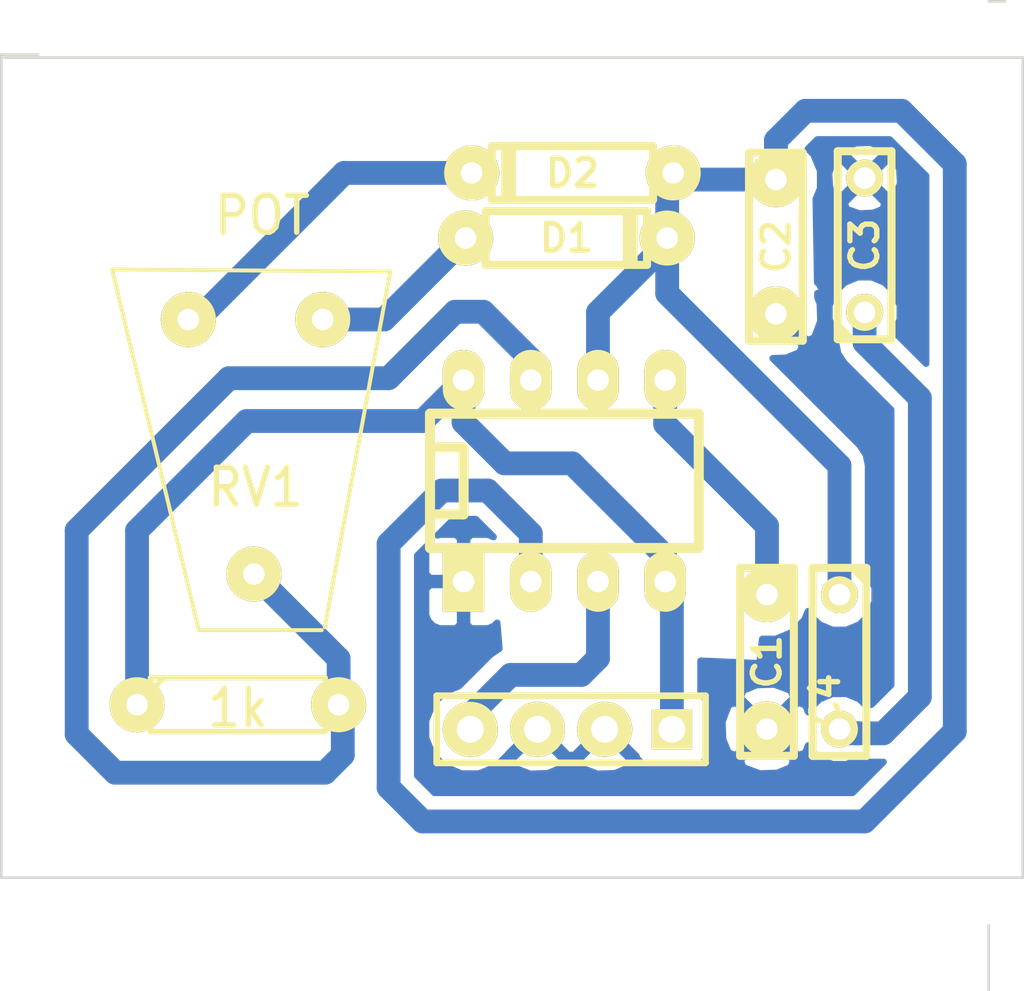
<source format=kicad_pcb>
(kicad_pcb (version 3) (host pcbnew "(2013-07-07 BZR 4022)-stable")

  (general
    (links 20)
    (no_connects 1)
    (area 58.344599 46.101799 97.057681 83.616001)
    (thickness 1.6)
    (drawings 7)
    (tracks 69)
    (zones 0)
    (modules 10)
    (nets 10)
  )

  (page A4)
  (layers
    (15 F.Cu signal)
    (0 B.Cu signal)
    (16 B.Adhes user)
    (17 F.Adhes user)
    (18 B.Paste user)
    (19 F.Paste user)
    (20 B.SilkS user)
    (21 F.SilkS user)
    (22 B.Mask user)
    (23 F.Mask user)
    (24 Dwgs.User user)
    (25 Cmts.User user)
    (26 Eco1.User user)
    (27 Eco2.User user)
    (28 Edge.Cuts user)
  )

  (setup
    (last_trace_width 0.9)
    (user_trace_width 0.7)
    (user_trace_width 0.8)
    (user_trace_width 0.9)
    (trace_clearance 0.254)
    (zone_clearance 0.508)
    (zone_45_only no)
    (trace_min 0.254)
    (segment_width 0.2)
    (edge_width 0.1)
    (via_size 0.889)
    (via_drill 0.635)
    (via_min_size 0.889)
    (via_min_drill 0.508)
    (user_via 2.0828 0.8128)
    (uvia_size 0.508)
    (uvia_drill 0.127)
    (uvias_allowed no)
    (uvia_min_size 0.508)
    (uvia_min_drill 0.127)
    (pcb_text_width 0.3)
    (pcb_text_size 1.5 1.5)
    (mod_edge_width 0.15)
    (mod_text_size 1 1)
    (mod_text_width 0.15)
    (pad_size 2.0828 2.0828)
    (pad_drill 1.016)
    (pad_to_mask_clearance 0)
    (aux_axis_origin 0 0)
    (visible_elements 7FFFFFFF)
    (pcbplotparams
      (layerselection 3178497)
      (usegerberextensions true)
      (excludeedgelayer true)
      (linewidth 0.150000)
      (plotframeref false)
      (viasonmask false)
      (mode 1)
      (useauxorigin false)
      (hpglpennumber 1)
      (hpglpenspeed 20)
      (hpglpendiameter 15)
      (hpglpenoverlay 2)
      (psnegative false)
      (psa4output false)
      (plotreference true)
      (plotvalue true)
      (plotothertext true)
      (plotinvisibletext false)
      (padsonsilk false)
      (subtractmaskfromsilk false)
      (outputformat 1)
      (mirror false)
      (drillshape 1)
      (scaleselection 1)
      (outputdirectory ""))
  )

  (net 0 "")
  (net 1 /CV)
  (net 2 /DC)
  (net 3 /TH)
  (net 4 /vcc)
  (net 5 /vout)
  (net 6 N-000003)
  (net 7 N-000004)
  (net 8 N-000006)
  (net 9 gnd)

  (net_class Default "This is the default net class."
    (clearance 0.254)
    (trace_width 0.254)
    (via_dia 0.889)
    (via_drill 0.635)
    (uvia_dia 0.508)
    (uvia_drill 0.127)
    (add_net "")
    (add_net /CV)
    (add_net /DC)
    (add_net /TH)
    (add_net /vcc)
    (add_net /vout)
    (add_net N-000003)
    (add_net N-000004)
    (add_net N-000006)
    (add_net gnd)
  )

  (module RV2 (layer F.Cu) (tedit 5898A5ED) (tstamp 58919858)
    (at 68.00596 59.45632 180)
    (descr "Resistance variable / potentiometre")
    (tags R)
    (path /589181B4)
    (autoplace_cost90 10)
    (autoplace_cost180 10)
    (fp_text reference RV1 (at 0 -5.08 180) (layer F.SilkS)
      (effects (font (size 1.397 1.27) (thickness 0.2032)))
    )
    (fp_text value POT (at -0.254 5.207 180) (layer F.SilkS)
      (effects (font (size 1.397 1.27) (thickness 0.2032)))
    )
    (fp_line (start -2.5019 -10.4775) (end 2.1463 -10.4775) (layer F.SilkS) (width 0.15))
    (fp_line (start 2.1463 -10.4775) (end 5.4229 3.1623) (layer F.SilkS) (width 0.15))
    (fp_line (start 5.4229 3.1623) (end -5.0927 3.0861) (layer F.SilkS) (width 0.15))
    (fp_line (start -5.0927 3.0861) (end -2.6162 -10.3632) (layer F.SilkS) (width 0.15))
    (pad 1 thru_hole circle (at -2.54 1.27 180) (size 2.0828 2.0828) (drill 0.8128)
      (layers *.Cu *.Mask F.SilkS)
      (net 6 N-000003)
    )
    (pad 2 thru_hole circle (at 0.0635 -8.3566 180) (size 2.0828 2.0828) (drill 0.8128)
      (layers *.Cu *.Mask F.SilkS)
      (net 2 /DC)
    )
    (pad 3 thru_hole circle (at 2.54 1.27 180) (size 2.0828 2.0828) (drill 0.8128)
      (layers *.Cu *.Mask F.SilkS)
      (net 7 N-000004)
    )
    (model discret/adjustable_rx2.wrl
      (at (xyz 0 0 0))
      (scale (xyz 1 1 1))
      (rotate (xyz 0 0 0))
    )
  )

  (module DIP-8__300_ELL (layer F.Cu) (tedit 5898B229) (tstamp 5891987F)
    (at 79.6798 64.2874)
    (descr "8 pins DIL package, elliptical pads")
    (tags DIL)
    (path /5891818D)
    (fp_text reference P1 (at -6.35 0 90) (layer F.SilkS) hide
      (effects (font (size 1.778 1.143) (thickness 0.28575)))
    )
    (fp_text value CONN_4X2 (at 0 0) (layer F.SilkS) hide
      (effects (font (size 1.778 1.016) (thickness 0.254)))
    )
    (fp_line (start -5.08 -1.27) (end -3.81 -1.27) (layer F.SilkS) (width 0.381))
    (fp_line (start -3.81 -1.27) (end -3.81 1.27) (layer F.SilkS) (width 0.381))
    (fp_line (start -3.81 1.27) (end -5.08 1.27) (layer F.SilkS) (width 0.381))
    (fp_line (start -5.08 -2.54) (end 5.08 -2.54) (layer F.SilkS) (width 0.381))
    (fp_line (start 5.08 -2.54) (end 5.08 2.54) (layer F.SilkS) (width 0.381))
    (fp_line (start 5.08 2.54) (end -5.08 2.54) (layer F.SilkS) (width 0.381))
    (fp_line (start -5.08 2.54) (end -5.08 -2.54) (layer F.SilkS) (width 0.381))
    (pad 1 thru_hole rect (at -3.81 3.81) (size 1.5748 2.286) (drill 0.8128)
      (layers *.Cu *.Mask F.SilkS)
      (net 9 gnd)
    )
    (pad 2 thru_hole oval (at 3.81 3.81) (size 1.5748 2.286) (drill 0.8128)
      (layers *.Cu *.Mask F.SilkS)
      (net 4 /vcc)
    )
    (pad 3 thru_hole oval (at -1.27 3.81) (size 1.5748 2.286) (drill 0.8128)
      (layers *.Cu *.Mask F.SilkS)
      (net 3 /TH)
    )
    (pad 4 thru_hole oval (at -1.27 -3.81) (size 1.5748 2.286) (drill 0.8128)
      (layers *.Cu *.Mask F.SilkS)
      (net 2 /DC)
    )
    (pad 5 thru_hole oval (at 1.27 3.81) (size 1.5748 2.286) (drill 0.8128)
      (layers *.Cu *.Mask F.SilkS)
      (net 5 /vout)
    )
    (pad 6 thru_hole oval (at 1.27 -3.81) (size 1.5748 2.286) (drill 0.8128)
      (layers *.Cu *.Mask F.SilkS)
      (net 3 /TH)
    )
    (pad 7 thru_hole oval (at -3.81 -3.81) (size 1.5748 2.286) (drill 0.8128)
      (layers *.Cu *.Mask F.SilkS)
      (net 4 /vcc)
    )
    (pad 8 thru_hole oval (at 3.81 -3.81) (size 1.5748 2.286) (drill 0.8128)
      (layers *.Cu *.Mask F.SilkS)
      (net 1 /CV)
    )
    (model dil/dil_8.wrl
      (at (xyz 0 0 0))
      (scale (xyz 1 1 1))
      (rotate (xyz 0 0 0))
    )
  )

  (module PIN_ARRAY_4x1 (layer F.Cu) (tedit 5898B237) (tstamp 5891986C)
    (at 79.9338 73.6854 180)
    (descr "Double rangee de contacts 2 x 5 pins")
    (tags CONN)
    (path /589181A5)
    (fp_text reference P2 (at 0 -2.54 180) (layer F.SilkS) hide
      (effects (font (size 1.016 1.016) (thickness 0.2032)))
    )
    (fp_text value CONN_4 (at 0 2.54 180) (layer F.SilkS) hide
      (effects (font (size 1.016 1.016) (thickness 0.2032)))
    )
    (fp_line (start 5.08 1.27) (end -5.08 1.27) (layer F.SilkS) (width 0.254))
    (fp_line (start 5.08 -1.27) (end -5.08 -1.27) (layer F.SilkS) (width 0.254))
    (fp_line (start -5.08 -1.27) (end -5.08 1.27) (layer F.SilkS) (width 0.254))
    (fp_line (start 5.08 1.27) (end 5.08 -1.27) (layer F.SilkS) (width 0.254))
    (pad 1 thru_hole rect (at -3.81 0 180) (size 1.524 1.524) (drill 1.016)
      (layers *.Cu *.Mask F.SilkS)
      (net 4 /vcc)
    )
    (pad 2 thru_hole circle (at -1.27 0 180) (size 2.0828 2.0828) (drill 1.016)
      (layers *.Cu *.Mask F.SilkS)
      (net 9 gnd)
    )
    (pad 3 thru_hole circle (at 1.27 0 180) (size 2.0828 2.0828) (drill 1.016)
      (layers *.Cu *.Mask F.SilkS)
      (net 9 gnd)
    )
    (pad 4 thru_hole circle (at 3.81 0 180) (size 2.0828 2.0828) (drill 1.016)
      (layers *.Cu *.Mask F.SilkS)
      (net 5 /vout)
    )
    (model pin_array\pins_array_4x1.wrl
      (at (xyz 0 0 0))
      (scale (xyz 1 1 1))
      (rotate (xyz 0 0 0))
    )
  )

  (module D3 (layer F.Cu) (tedit 5891B43E) (tstamp 5891988F)
    (at 79.756 55.1053)
    (descr "Diode 3 pas")
    (tags "DIODE DEV")
    (path /5891964A)
    (fp_text reference D1 (at 0 0) (layer F.SilkS)
      (effects (font (size 1.016 1.016) (thickness 0.2032)))
    )
    (fp_text value DIODE (at 0 0) (layer F.SilkS) hide
      (effects (font (size 1.016 1.016) (thickness 0.2032)))
    )
    (fp_line (start 3.81 0) (end 3.048 0) (layer F.SilkS) (width 0.3048))
    (fp_line (start 3.048 0) (end 3.048 -1.016) (layer F.SilkS) (width 0.3048))
    (fp_line (start 3.048 -1.016) (end -3.048 -1.016) (layer F.SilkS) (width 0.3048))
    (fp_line (start -3.048 -1.016) (end -3.048 0) (layer F.SilkS) (width 0.3048))
    (fp_line (start -3.048 0) (end -3.81 0) (layer F.SilkS) (width 0.3048))
    (fp_line (start -3.048 0) (end -3.048 1.016) (layer F.SilkS) (width 0.3048))
    (fp_line (start -3.048 1.016) (end 3.048 1.016) (layer F.SilkS) (width 0.3048))
    (fp_line (start 3.048 1.016) (end 3.048 0) (layer F.SilkS) (width 0.3048))
    (fp_line (start 2.54 -1.016) (end 2.54 1.016) (layer F.SilkS) (width 0.3048))
    (fp_line (start 2.286 1.016) (end 2.286 -1.016) (layer F.SilkS) (width 0.3048))
    (pad 2 thru_hole circle (at 3.81 0) (size 2.0828 2.0828) (drill 0.8128)
      (layers *.Cu *.Mask F.SilkS)
      (net 3 /TH)
    )
    (pad 1 thru_hole circle (at -3.81 0) (size 2.0828 2.0828) (drill 0.8128)
      (layers *.Cu *.Mask F.SilkS)
      (net 6 N-000003)
    )
    (model discret/diode.wrl
      (at (xyz 0 0 0))
      (scale (xyz 0.3 0.3 0.3))
      (rotate (xyz 0 0 0))
    )
  )

  (module D3 (layer F.Cu) (tedit 5891B455) (tstamp 5891989F)
    (at 79.9846 52.6415 180)
    (descr "Diode 3 pas")
    (tags "DIODE DEV")
    (path /58919657)
    (fp_text reference D2 (at 0 0 180) (layer F.SilkS)
      (effects (font (size 1.016 1.016) (thickness 0.2032)))
    )
    (fp_text value DIODE (at 0 0 180) (layer F.SilkS) hide
      (effects (font (size 1.016 1.016) (thickness 0.2032)))
    )
    (fp_line (start 3.81 0) (end 3.048 0) (layer F.SilkS) (width 0.3048))
    (fp_line (start 3.048 0) (end 3.048 -1.016) (layer F.SilkS) (width 0.3048))
    (fp_line (start 3.048 -1.016) (end -3.048 -1.016) (layer F.SilkS) (width 0.3048))
    (fp_line (start -3.048 -1.016) (end -3.048 0) (layer F.SilkS) (width 0.3048))
    (fp_line (start -3.048 0) (end -3.81 0) (layer F.SilkS) (width 0.3048))
    (fp_line (start -3.048 0) (end -3.048 1.016) (layer F.SilkS) (width 0.3048))
    (fp_line (start -3.048 1.016) (end 3.048 1.016) (layer F.SilkS) (width 0.3048))
    (fp_line (start 3.048 1.016) (end 3.048 0) (layer F.SilkS) (width 0.3048))
    (fp_line (start 2.54 -1.016) (end 2.54 1.016) (layer F.SilkS) (width 0.3048))
    (fp_line (start 2.286 1.016) (end 2.286 -1.016) (layer F.SilkS) (width 0.3048))
    (pad 2 thru_hole circle (at 3.81 0 180) (size 2.0828 2.0828) (drill 0.8128)
      (layers *.Cu *.Mask F.SilkS)
      (net 7 N-000004)
    )
    (pad 1 thru_hole circle (at -3.81 0 180) (size 2.0828 2.0828) (drill 0.8128)
      (layers *.Cu *.Mask F.SilkS)
      (net 3 /TH)
    )
    (model discret/diode.wrl
      (at (xyz 0 0 0))
      (scale (xyz 0.3 0.3 0.3))
      (rotate (xyz 0 0 0))
    )
  )

  (module C2 (layer F.Cu) (tedit 5891B3F4) (tstamp 589198AA)
    (at 87.67572 55.43296 270)
    (descr "Condensateur = 2 pas")
    (tags C)
    (path /589181C3)
    (fp_text reference C2 (at 0 0 270) (layer F.SilkS)
      (effects (font (size 1.016 1.016) (thickness 0.2032)))
    )
    (fp_text value C (at 0 0 270) (layer F.SilkS) hide
      (effects (font (size 1.016 1.016) (thickness 0.2032)))
    )
    (fp_line (start -3.556 -1.016) (end 3.556 -1.016) (layer F.SilkS) (width 0.3048))
    (fp_line (start 3.556 -1.016) (end 3.556 1.016) (layer F.SilkS) (width 0.3048))
    (fp_line (start 3.556 1.016) (end -3.556 1.016) (layer F.SilkS) (width 0.3048))
    (fp_line (start -3.556 1.016) (end -3.556 -1.016) (layer F.SilkS) (width 0.3048))
    (fp_line (start -3.556 -0.508) (end -3.048 -1.016) (layer F.SilkS) (width 0.3048))
    (pad 1 thru_hole circle (at -2.54 0 270) (size 2.0828 2.0828) (drill 0.8128)
      (layers *.Cu *.Mask F.SilkS)
      (net 3 /TH)
    )
    (pad 2 thru_hole circle (at 2.54 0 270) (size 2.0828 2.0828) (drill 0.8128)
      (layers *.Cu *.Mask F.SilkS)
      (net 9 gnd)
    )
    (model discret/capa_2pas_5x5mm.wrl
      (at (xyz 0 0 0))
      (scale (xyz 1 1 1))
      (rotate (xyz 0 0 0))
    )
  )

  (module C2 (layer F.Cu) (tedit 200000) (tstamp 589198B5)
    (at 87.3379 71.1327 270)
    (descr "Condensateur = 2 pas")
    (tags C)
    (path /58918FAB)
    (fp_text reference C1 (at 0 0 270) (layer F.SilkS)
      (effects (font (size 1.016 1.016) (thickness 0.2032)))
    )
    (fp_text value C (at 0 0 270) (layer F.SilkS) hide
      (effects (font (size 1.016 1.016) (thickness 0.2032)))
    )
    (fp_line (start -3.556 -1.016) (end 3.556 -1.016) (layer F.SilkS) (width 0.3048))
    (fp_line (start 3.556 -1.016) (end 3.556 1.016) (layer F.SilkS) (width 0.3048))
    (fp_line (start 3.556 1.016) (end -3.556 1.016) (layer F.SilkS) (width 0.3048))
    (fp_line (start -3.556 1.016) (end -3.556 -1.016) (layer F.SilkS) (width 0.3048))
    (fp_line (start -3.556 -0.508) (end -3.048 -1.016) (layer F.SilkS) (width 0.3048))
    (pad 1 thru_hole circle (at -2.54 0 270) (size 2.0828 2.0828) (drill 0.8128)
      (layers *.Cu *.Mask F.SilkS)
      (net 1 /CV)
    )
    (pad 2 thru_hole circle (at 2.54 0 270) (size 2.0828 2.0828) (drill 0.8128)
      (layers *.Cu *.Mask F.SilkS)
      (net 9 gnd)
    )
    (model discret/capa_2pas_5x5mm.wrl
      (at (xyz 0 0 0))
      (scale (xyz 1 1 1))
      (rotate (xyz 0 0 0))
    )
  )

  (module R3 (layer F.Cu) (tedit 5898B201) (tstamp 58919860)
    (at 67.3354 72.75576)
    (descr "Resitance 3 pas")
    (tags R)
    (path /589180BC)
    (autoplace_cost180 10)
    (fp_text reference R1 (at 0 0.127) (layer F.SilkS) hide
      (effects (font (size 1.397 1.27) (thickness 0.2032)))
    )
    (fp_text value 1k (at 0 0.127) (layer F.SilkS)
      (effects (font (size 1.397 1.27) (thickness 0.2032)))
    )
    (fp_line (start -3.81 0) (end -3.302 0) (layer F.SilkS) (width 0.2032))
    (fp_line (start 3.81 0) (end 3.302 0) (layer F.SilkS) (width 0.2032))
    (fp_line (start 3.302 0) (end 3.302 -1.016) (layer F.SilkS) (width 0.2032))
    (fp_line (start 3.302 -1.016) (end -3.302 -1.016) (layer F.SilkS) (width 0.2032))
    (fp_line (start -3.302 -1.016) (end -3.302 1.016) (layer F.SilkS) (width 0.2032))
    (fp_line (start -3.302 1.016) (end 3.302 1.016) (layer F.SilkS) (width 0.2032))
    (fp_line (start 3.302 1.016) (end 3.302 0) (layer F.SilkS) (width 0.2032))
    (fp_line (start -3.302 -0.508) (end -2.794 -1.016) (layer F.SilkS) (width 0.2032))
    (pad 1 thru_hole circle (at -3.81 0) (size 2.0828 2.0828) (drill 0.8128)
      (layers *.Cu *.Mask F.SilkS)
      (net 4 /vcc)
    )
    (pad 2 thru_hole circle (at 3.81 0) (size 2.0828 2.0828) (drill 0.8128)
      (layers *.Cu *.Mask F.SilkS)
      (net 2 /DC)
    )
    (model discret/resistor.wrl
      (at (xyz 0 0 0))
      (scale (xyz 0.3 0.3 0.3))
      (rotate (xyz 0 0 0))
    )
  )

  (module C2 (layer F.Cu) (tedit 200000) (tstamp 58983B9D)
    (at 91.02852 55.37708 90)
    (descr "Condensateur = 2 pas")
    (tags C)
    (path /58983AD0)
    (fp_text reference C3 (at 0 0 90) (layer F.SilkS)
      (effects (font (size 1.016 1.016) (thickness 0.2032)))
    )
    (fp_text value C (at 0 0 90) (layer F.SilkS) hide
      (effects (font (size 1.016 1.016) (thickness 0.2032)))
    )
    (fp_line (start -3.556 -1.016) (end 3.556 -1.016) (layer F.SilkS) (width 0.3048))
    (fp_line (start 3.556 -1.016) (end 3.556 1.016) (layer F.SilkS) (width 0.3048))
    (fp_line (start 3.556 1.016) (end -3.556 1.016) (layer F.SilkS) (width 0.3048))
    (fp_line (start -3.556 1.016) (end -3.556 -1.016) (layer F.SilkS) (width 0.3048))
    (fp_line (start -3.556 -0.508) (end -3.048 -1.016) (layer F.SilkS) (width 0.3048))
    (pad 1 thru_hole circle (at -2.54 0 90) (size 1.397 1.397) (drill 0.8128)
      (layers *.Cu *.Mask F.SilkS)
      (net 8 N-000006)
    )
    (pad 2 thru_hole circle (at 2.54 0 90) (size 1.397 1.397) (drill 0.8128)
      (layers *.Cu *.Mask F.SilkS)
      (net 9 gnd)
    )
    (model discret/capa_2pas_5x5mm.wrl
      (at (xyz 0 0 0))
      (scale (xyz 1 1 1))
      (rotate (xyz 0 0 0))
    )
  )

  (module C2 (layer F.Cu) (tedit 58983BCB) (tstamp 58983BA8)
    (at 90.07856 71.13524 270)
    (descr "Condensateur = 2 pas")
    (tags C)
    (path /58983B3C)
    (fp_text reference C4 (at 1.448599 0.529199 270) (layer F.SilkS)
      (effects (font (size 1.016 1.016) (thickness 0.2032)))
    )
    (fp_text value C (at 0 0 270) (layer F.SilkS) hide
      (effects (font (size 1.016 1.016) (thickness 0.2032)))
    )
    (fp_line (start -3.556 -1.016) (end 3.556 -1.016) (layer F.SilkS) (width 0.3048))
    (fp_line (start 3.556 -1.016) (end 3.556 1.016) (layer F.SilkS) (width 0.3048))
    (fp_line (start 3.556 1.016) (end -3.556 1.016) (layer F.SilkS) (width 0.3048))
    (fp_line (start -3.556 1.016) (end -3.556 -1.016) (layer F.SilkS) (width 0.3048))
    (fp_line (start -3.556 -0.508) (end -3.048 -1.016) (layer F.SilkS) (width 0.3048))
    (pad 1 thru_hole circle (at -2.54 0 270) (size 1.397 1.397) (drill 0.8128)
      (layers *.Cu *.Mask F.SilkS)
      (net 3 /TH)
    )
    (pad 2 thru_hole circle (at 2.54 0 270) (size 1.397 1.397) (drill 0.8128)
      (layers *.Cu *.Mask F.SilkS)
      (net 8 N-000006)
    )
    (model discret/capa_2pas_5x5mm.wrl
      (at (xyz 0 0 0))
      (scale (xyz 1 1 1))
      (rotate (xyz 0 0 0))
    )
  )

  (gr_line (start 58.3946 48.16856) (end 59.7916 48.16856) (angle 90) (layer Edge.Cuts) (width 0.1))
  (gr_line (start 58.3946 79.29372) (end 58.3946 48.16856) (angle 90) (layer Edge.Cuts) (width 0.1))
  (gr_line (start 97.00768 79.29372) (end 58.3946 79.29372) (angle 90) (layer Edge.Cuts) (width 0.1))
  (gr_line (start 97.00768 48.28032) (end 97.00768 79.29372) (angle 90) (layer Edge.Cuts) (width 0.1))
  (gr_line (start 58.50636 48.28032) (end 97.00768 48.28032) (angle 90) (layer Edge.Cuts) (width 0.1))
  (gr_line (start 95.7199 83.566) (end 95.7199 81.1022) (angle 90) (layer Edge.Cuts) (width 0.1))
  (gr_line (start 96.3422 46.1518) (end 95.7199 46.1518) (angle 90) (layer Edge.Cuts) (width 0.1))

  (segment (start 83.4898 60.4774) (end 83.4898 62.1411) (width 0.9) (layer B.Cu) (net 1))
  (segment (start 87.3379 65.9892) (end 87.3379 68.5927) (width 0.9) (layer B.Cu) (net 1) (tstamp 58983FA1))
  (segment (start 83.4898 62.1411) (end 87.3379 65.9892) (width 0.9) (layer B.Cu) (net 1) (tstamp 58983FA0))
  (segment (start 78.4098 60.4774) (end 78.4098 59.69) (width 0.9) (layer B.Cu) (net 2))
  (segment (start 71.30288 72.91324) (end 71.1454 72.75576) (width 0.9) (layer B.Cu) (net 2) (tstamp 5898A7D2))
  (segment (start 71.30288 74.65568) (end 71.30288 72.91324) (width 0.9) (layer B.Cu) (net 2) (tstamp 5898A7D1))
  (segment (start 70.63232 75.32624) (end 71.30288 74.65568) (width 0.9) (layer B.Cu) (net 2) (tstamp 5898A7CE))
  (segment (start 62.69736 75.32624) (end 70.63232 75.32624) (width 0.9) (layer B.Cu) (net 2) (tstamp 5898A7CA))
  (segment (start 61.24448 73.87336) (end 62.69736 75.32624) (width 0.9) (layer B.Cu) (net 2) (tstamp 5898A7C7))
  (segment (start 61.24448 66.16192) (end 61.24448 73.87336) (width 0.9) (layer B.Cu) (net 2) (tstamp 5898A7C5))
  (segment (start 67.00012 60.40628) (end 61.24448 66.16192) (width 0.9) (layer B.Cu) (net 2) (tstamp 5898A7C2))
  (segment (start 73.03516 60.40628) (end 67.00012 60.40628) (width 0.9) (layer B.Cu) (net 2) (tstamp 5898A7BF))
  (segment (start 75.54976 57.89168) (end 73.03516 60.40628) (width 0.9) (layer B.Cu) (net 2) (tstamp 5898A7BD))
  (segment (start 76.61148 57.89168) (end 75.54976 57.89168) (width 0.9) (layer B.Cu) (net 2) (tstamp 5898A7BB))
  (segment (start 78.4098 59.69) (end 76.61148 57.89168) (width 0.9) (layer B.Cu) (net 2) (tstamp 5898A7B9))
  (segment (start 71.1454 72.75576) (end 71.1454 71.01586) (width 0.9) (layer B.Cu) (net 2))
  (segment (start 71.1454 71.01586) (end 67.94246 67.81292) (width 0.9) (layer B.Cu) (net 2) (tstamp 5898A784))
  (segment (start 83.566 55.1053) (end 83.566 57.2008) (width 0.9) (layer B.Cu) (net 3) (status 400000))
  (segment (start 90.07856 63.71336) (end 90.07856 68.59524) (width 0.9) (layer B.Cu) (net 3) (tstamp 5898AD26) (status 800000))
  (segment (start 83.566 57.2008) (end 90.07856 63.71336) (width 0.9) (layer B.Cu) (net 3) (tstamp 5898AD22))
  (segment (start 87.67572 52.89296) (end 87.67572 51.4096) (width 0.9) (layer B.Cu) (net 3))
  (segment (start 78.4098 66.28384) (end 78.4098 68.0974) (width 0.9) (layer B.Cu) (net 3) (tstamp 5898AB87))
  (segment (start 76.77912 64.65316) (end 78.4098 66.28384) (width 0.9) (layer B.Cu) (net 3) (tstamp 5898AB85))
  (segment (start 75.04684 64.65316) (end 76.77912 64.65316) (width 0.9) (layer B.Cu) (net 3) (tstamp 5898AB84))
  (segment (start 73.03516 66.66484) (end 75.04684 64.65316) (width 0.9) (layer B.Cu) (net 3) (tstamp 5898AB7E))
  (segment (start 73.03516 75.88504) (end 73.03516 66.66484) (width 0.9) (layer B.Cu) (net 3) (tstamp 5898AB7C))
  (segment (start 74.3204 77.17028) (end 73.03516 75.88504) (width 0.9) (layer B.Cu) (net 3) (tstamp 5898AB7A))
  (segment (start 91.02852 77.17028) (end 74.3204 77.17028) (width 0.9) (layer B.Cu) (net 3) (tstamp 5898AB74))
  (segment (start 94.4372 73.7616) (end 91.02852 77.17028) (width 0.9) (layer B.Cu) (net 3) (tstamp 5898AB6A))
  (segment (start 94.4372 52.30368) (end 94.4372 73.7616) (width 0.9) (layer B.Cu) (net 3) (tstamp 5898AB62))
  (segment (start 92.42552 50.292) (end 94.4372 52.30368) (width 0.9) (layer B.Cu) (net 3) (tstamp 5898AB61))
  (segment (start 88.79332 50.292) (end 92.42552 50.292) (width 0.9) (layer B.Cu) (net 3) (tstamp 5898AB5D))
  (segment (start 87.67572 51.4096) (end 88.79332 50.292) (width 0.9) (layer B.Cu) (net 3) (tstamp 5898AB5B))
  (segment (start 87.67572 52.89296) (end 84.04606 52.89296) (width 0.9) (layer B.Cu) (net 3))
  (segment (start 84.04606 52.89296) (end 83.7946 52.6415) (width 0.9) (layer B.Cu) (net 3) (tstamp 5898AAE9))
  (segment (start 83.566 55.1053) (end 83.566 55.2958) (width 0.9) (layer B.Cu) (net 3))
  (segment (start 83.566 55.2958) (end 80.9498 57.912) (width 0.9) (layer B.Cu) (net 3) (tstamp 5891A1A9))
  (segment (start 80.9498 57.912) (end 80.9498 60.4774) (width 0.9) (layer B.Cu) (net 3) (tstamp 5891A1AA))
  (segment (start 83.566 55.1053) (end 83.566 52.8701) (width 0.9) (layer B.Cu) (net 3))
  (segment (start 83.566 52.8701) (end 83.7946 52.6415) (width 0.9) (layer B.Cu) (net 3) (tstamp 58919D8E))
  (segment (start 83.7438 73.6854) (end 83.7438 68.3514) (width 0.9) (layer B.Cu) (net 4))
  (segment (start 83.7438 68.3514) (end 83.4898 68.0974) (width 0.9) (layer B.Cu) (net 4) (tstamp 5898AB55))
  (segment (start 83.4898 68.0974) (end 83.4898 67.14236) (width 0.9) (layer B.Cu) (net 4))
  (segment (start 75.8698 62.0776) (end 75.8698 60.4774) (width 0.9) (layer B.Cu) (net 4) (tstamp 5898A9E3))
  (segment (start 77.4192 63.627) (end 75.8698 62.0776) (width 0.9) (layer B.Cu) (net 4) (tstamp 5898A9E1))
  (segment (start 79.97444 63.627) (end 77.4192 63.627) (width 0.9) (layer B.Cu) (net 4) (tstamp 5898A9DF))
  (segment (start 83.4898 67.14236) (end 79.97444 63.627) (width 0.9) (layer B.Cu) (net 4) (tstamp 5898A9DC))
  (segment (start 63.5254 72.75576) (end 63.5254 66.17208) (width 0.9) (layer B.Cu) (net 4))
  (segment (start 63.5254 66.17208) (end 67.67068 62.0268) (width 0.9) (layer B.Cu) (net 4) (tstamp 5898A789))
  (segment (start 67.67068 62.0268) (end 74.3204 62.0268) (width 0.9) (layer B.Cu) (net 4) (tstamp 5898A78E))
  (segment (start 74.3204 62.0268) (end 75.8698 60.4774) (width 0.9) (layer B.Cu) (net 4) (tstamp 5898A792))
  (segment (start 76.1238 73.6854) (end 76.1238 73.152) (width 0.9) (layer B.Cu) (net 5))
  (segment (start 80.9498 70.99808) (end 80.9498 68.0974) (width 0.9) (layer B.Cu) (net 5) (tstamp 5898AB4F))
  (segment (start 80.31988 71.628) (end 80.9498 70.99808) (width 0.9) (layer B.Cu) (net 5) (tstamp 5898AB4E))
  (segment (start 77.6478 71.628) (end 80.31988 71.628) (width 0.9) (layer B.Cu) (net 5) (tstamp 5898AB4D))
  (segment (start 76.1238 73.152) (end 77.6478 71.628) (width 0.9) (layer B.Cu) (net 5) (tstamp 5898AB4C))
  (segment (start 70.54596 58.18632) (end 72.86498 58.18632) (width 0.9) (layer B.Cu) (net 6))
  (segment (start 72.86498 58.18632) (end 75.946 55.1053) (width 0.9) (layer B.Cu) (net 6) (tstamp 5898A63C))
  (segment (start 65.46596 58.18632) (end 65.8114 58.18632) (width 0.9) (layer B.Cu) (net 7))
  (segment (start 71.35622 52.6415) (end 76.1746 52.6415) (width 0.9) (layer B.Cu) (net 7) (tstamp 5898A642))
  (segment (start 65.8114 58.18632) (end 71.35622 52.6415) (width 0.9) (layer B.Cu) (net 7) (tstamp 5898A640))
  (segment (start 90.76944 73.8378) (end 90.24112 73.8378) (width 0.9) (layer B.Cu) (net 8) (status 800000))
  (segment (start 90.24112 73.8378) (end 90.07856 73.67524) (width 0.9) (layer B.Cu) (net 8) (tstamp 5898AD30) (status C00000))
  (segment (start 90.6399 73.8378) (end 90.76944 73.8378) (width 0.9) (layer B.Cu) (net 8))
  (segment (start 90.76944 73.8378) (end 91.73464 73.8378) (width 0.9) (layer B.Cu) (net 8) (tstamp 5898AD2E))
  (segment (start 91.02852 59.06516) (end 91.02852 57.91708) (width 0.9) (layer B.Cu) (net 8) (tstamp 5898AAE4))
  (segment (start 93.1164 61.15304) (end 91.02852 59.06516) (width 0.9) (layer B.Cu) (net 8) (tstamp 5898AAE1))
  (segment (start 93.1164 72.45604) (end 93.1164 61.15304) (width 0.9) (layer B.Cu) (net 8) (tstamp 5898AAD4))
  (segment (start 91.73464 73.8378) (end 93.1164 72.45604) (width 0.9) (layer B.Cu) (net 8) (tstamp 5898AABA))

  (zone (net 0) (net_name "") (layer B.Cu) (tstamp 5891B72F) (hatch none 0.508)
    (connect_pads (clearance 0.508))
    (min_thickness 0.254)
    (keepout (tracks not_allowed) (vias not_allowed) (copperpour not_allowed))
    (fill (arc_segments 16) (thermal_gap 0.508) (thermal_bridge_width 0.508))
    (polygon
      (pts
        (xy 89.2556 57.023) (xy 89.154369 56.924433) (xy 89.2048 56.9214)
      )
    )
  )
  (zone (net 9) (net_name gnd) (layer B.Cu) (tstamp 5898ABC4) (hatch none 0.508)
    (connect_pads (clearance 0.508))
    (min_thickness 0.254)
    (fill (arc_segments 16) (thermal_gap 0.508) (thermal_bridge_width 0.508))
    (polygon
      (pts
        (xy 90.1446 48.27524) (xy 96.99244 48.27524) (xy 96.99244 80.5434) (xy 96.901 79.21244) (xy 58.4962 79.21244)
        (xy 58.4962 48.27524) (xy 90.76944 48.27524)
      )
    )
    (filled_polygon
      (pts
        (xy 92.0314 72.006618) (xy 91.285218 72.7528) (xy 91.041937 72.7528) (xy 90.834913 72.545414) (xy 90.344973 72.341973)
        (xy 89.814474 72.34151) (xy 89.32418 72.544095) (xy 88.948734 72.918887) (xy 88.900172 73.035836) (xy 88.791532 72.773556)
        (xy 88.520381 72.669824) (xy 88.340776 72.849429) (xy 88.340776 72.490219) (xy 88.237044 72.219068) (xy 87.61232 71.985632)
        (xy 86.945818 72.009036) (xy 86.438756 72.219068) (xy 86.335024 72.490219) (xy 87.3379 73.493095) (xy 88.340776 72.490219)
        (xy 88.340776 72.849429) (xy 87.517505 73.6727) (xy 88.520381 74.675576) (xy 88.791532 74.571844) (xy 88.893464 74.29905)
        (xy 88.947415 74.42962) (xy 89.322207 74.805066) (xy 89.812147 75.008507) (xy 90.342646 75.00897) (xy 90.551193 74.9228)
        (xy 90.6399 74.9228) (xy 90.76944 74.9228) (xy 91.73464 74.9228) (xy 91.7433 74.921077) (xy 90.579097 76.08528)
        (xy 88.340776 76.08528) (xy 88.340776 74.855181) (xy 87.3379 73.852305) (xy 87.158295 74.03191) (xy 87.158295 73.6727)
        (xy 86.155419 72.669824) (xy 85.884268 72.773556) (xy 85.650832 73.39828) (xy 85.674236 74.064782) (xy 85.884268 74.571844)
        (xy 86.155419 74.675576) (xy 87.158295 73.6727) (xy 87.158295 74.03191) (xy 86.335024 74.855181) (xy 86.438756 75.126332)
        (xy 87.06348 75.359768) (xy 87.729982 75.336364) (xy 88.237044 75.126332) (xy 88.340776 74.855181) (xy 88.340776 76.08528)
        (xy 82.206676 76.08528) (xy 82.206676 74.867881) (xy 81.2038 73.865005) (xy 80.200924 74.867881) (xy 80.304656 75.139032)
        (xy 80.92938 75.372468) (xy 81.595882 75.349064) (xy 82.102944 75.139032) (xy 82.206676 74.867881) (xy 82.206676 76.08528)
        (xy 79.666676 76.08528) (xy 79.666676 74.867881) (xy 78.6638 73.865005) (xy 77.660924 74.867881) (xy 77.764656 75.139032)
        (xy 78.38938 75.372468) (xy 79.055882 75.349064) (xy 79.562944 75.139032) (xy 79.666676 74.867881) (xy 79.666676 76.08528)
        (xy 74.769821 76.08528) (xy 74.12016 75.435618) (xy 74.12016 67.114262) (xy 74.476358 66.758063) (xy 74.447511 66.827536)
        (xy 74.44729 67.080155) (xy 74.4474 67.81165) (xy 74.60615 67.9704) (xy 75.7428 67.9704) (xy 75.7428 66.47815)
        (xy 75.58405 66.3194) (xy 74.956645 66.31929) (xy 74.885901 66.34852) (xy 75.496262 65.73816) (xy 76.329698 65.73816)
        (xy 77.000867 66.409329) (xy 76.782955 66.31929) (xy 76.15555 66.3194) (xy 75.9968 66.47815) (xy 75.9968 67.9704)
        (xy 76.0168 67.9704) (xy 76.0168 68.2244) (xy 75.9968 68.2244) (xy 75.9968 69.71665) (xy 76.15555 69.8754)
        (xy 76.782955 69.87551) (xy 77.016429 69.779041) (xy 77.138138 69.657543) (xy 77.219535 70.634312) (xy 76.880589 70.860789)
        (xy 75.7428 71.998577) (xy 75.7428 69.71665) (xy 75.7428 68.2244) (xy 74.60615 68.2244) (xy 74.4474 68.38315)
        (xy 74.44729 69.114645) (xy 74.447511 69.367264) (xy 74.544387 69.600568) (xy 74.723171 69.779041) (xy 74.956645 69.87551)
        (xy 75.58405 69.8754) (xy 75.7428 69.71665) (xy 75.7428 71.998577) (xy 75.691026 72.050351) (xy 75.175437 72.263389)
        (xy 74.703446 72.734556) (xy 74.447692 73.350481) (xy 74.44711 74.017394) (xy 74.701789 74.633763) (xy 75.172956 75.105754)
        (xy 75.788881 75.361508) (xy 76.455794 75.36209) (xy 77.072163 75.107411) (xy 77.544154 74.636244) (xy 77.551825 74.617769)
        (xy 78.484195 73.6854) (xy 78.470052 73.671257) (xy 78.649657 73.491652) (xy 78.6638 73.505795) (xy 78.677942 73.491652)
        (xy 78.857547 73.671257) (xy 78.843405 73.6854) (xy 79.846281 74.688276) (xy 79.9338 74.654794) (xy 80.021319 74.688276)
        (xy 81.024195 73.6854) (xy 81.010052 73.671257) (xy 81.189657 73.491652) (xy 81.2038 73.505795) (xy 81.217942 73.491652)
        (xy 81.397547 73.671257) (xy 81.383405 73.6854) (xy 82.386281 74.688276) (xy 82.393168 74.685641) (xy 82.443159 74.806629)
        (xy 82.621632 74.985413) (xy 82.854936 75.082289) (xy 83.107555 75.08251) (xy 84.631555 75.08251) (xy 84.865029 74.986041)
        (xy 85.043813 74.807568) (xy 85.140689 74.574264) (xy 85.14091 74.321645) (xy 85.14091 72.797645) (xy 85.044441 72.564171)
        (xy 84.865968 72.385387) (xy 84.8288 72.369953) (xy 84.8288 71.094703) (xy 87.057057 71.191038) (xy 87.16153 70.268946)
        (xy 87.669894 70.26939) (xy 87.947222 70.1548) (xy 88.084558 70.1548) (xy 88.01574 70.126488) (xy 88.286263 70.014711)
        (xy 88.758254 69.543544) (xy 88.89323 69.218483) (xy 88.947415 69.34962) (xy 89.322207 69.725066) (xy 89.812147 69.928507)
        (xy 90.342646 69.92897) (xy 90.83294 69.726385) (xy 91.208386 69.351593) (xy 91.411827 68.861653) (xy 91.41229 68.331154)
        (xy 91.209705 67.84086) (xy 91.16356 67.794634) (xy 91.16356 63.71336) (xy 91.080969 63.298149) (xy 91.080969 63.298148)
        (xy 90.845771 62.946149) (xy 90.845767 62.946146) (xy 87.554277 59.654656) (xy 88.067802 59.636624) (xy 88.574864 59.426592)
        (xy 88.678596 59.155441) (xy 87.67572 58.152565) (xy 87.661577 58.166707) (xy 87.481972 57.987102) (xy 87.496115 57.97296)
        (xy 87.481972 57.958817) (xy 87.661577 57.779212) (xy 87.67572 57.793355) (xy 87.689862 57.779212) (xy 87.869467 57.958817)
        (xy 87.855325 57.97296) (xy 88.858201 58.975836) (xy 89.129352 58.872104) (xy 89.362788 58.24738) (xy 89.339384 57.580878)
        (xy 89.25007 57.365256) (xy 89.247047 57.19193) (xy 89.701854 57.634767) (xy 89.695253 57.650667) (xy 89.69479 58.181166)
        (xy 89.897375 58.67146) (xy 89.94352 58.717685) (xy 89.94352 59.06516) (xy 90.026111 59.480372) (xy 90.261309 59.832371)
        (xy 92.0314 61.602462) (xy 92.0314 72.006618)
      )
    )
    (filled_polygon
      (pts
        (xy 93.3522 59.854418) (xy 92.374444 58.876662) (xy 92.374444 53.0296) (xy 92.345666 52.499882) (xy 92.198318 52.144152)
        (xy 91.962706 52.082499) (xy 91.783101 52.262104) (xy 91.783101 51.902894) (xy 91.721448 51.667282) (xy 91.22104 51.491156)
        (xy 90.691322 51.519934) (xy 90.335592 51.667282) (xy 90.273939 51.902894) (xy 91.02852 52.657475) (xy 91.783101 51.902894)
        (xy 91.783101 52.262104) (xy 91.208125 52.83708) (xy 91.962706 53.591661) (xy 92.198318 53.530008) (xy 92.374444 53.0296)
        (xy 92.374444 58.876662) (xy 92.162121 58.664339) (xy 92.361787 58.183493) (xy 92.36225 57.652994) (xy 92.159665 57.1627)
        (xy 91.784873 56.787254) (xy 91.783101 56.786518) (xy 91.783101 53.771266) (xy 91.02852 53.016685) (xy 90.848915 53.19629)
        (xy 90.848915 52.83708) (xy 90.094334 52.082499) (xy 89.858722 52.144152) (xy 89.682596 52.64456) (xy 89.711374 53.174278)
        (xy 89.858722 53.530008) (xy 90.094334 53.591661) (xy 90.848915 52.83708) (xy 90.848915 53.19629) (xy 90.273939 53.771266)
        (xy 90.335592 54.006878) (xy 90.836 54.183004) (xy 91.365718 54.154226) (xy 91.721448 54.006878) (xy 91.783101 53.771266)
        (xy 91.783101 56.786518) (xy 91.294933 56.583813) (xy 90.764434 56.58335) (xy 90.27414 56.785935) (xy 89.898694 57.160727)
        (xy 89.702589 57.632997) (xy 89.280888 56.789595) (xy 89.240072 56.792049) (xy 89.184917 53.629844) (xy 89.351828 53.227879)
        (xy 89.35241 52.560966) (xy 89.097731 51.944597) (xy 88.886622 51.733119) (xy 89.242742 51.377) (xy 91.976098 51.377)
        (xy 93.3522 52.753102) (xy 93.3522 59.854418)
      )
    )
  )
  (zone (net 0) (net_name "") (layer B.Cu) (tstamp 5898AC1E) (hatch none 0.508)
    (connect_pads (clearance 0.508))
    (min_thickness 0.254)
    (keepout (tracks not_allowed) (vias not_allowed) (copperpour not_allowed))
    (fill (arc_segments 16) (thermal_gap 0.508) (thermal_bridge_width 0.508))
    (polygon
      (pts
        (xy 83.082274 71.351094) (xy 82.3468 73.533) (xy 80.6196 72.898) (xy 81.6102 71.2724) (xy 81.4324 69.469)
        (xy 81.9912 68.326) (xy 83.058 69.215)
      )
    )
  )
  (zone (net 0) (net_name "") (layer B.Cu) (tstamp 5898AC31) (hatch none 0.508)
    (connect_pads (clearance 0.508))
    (min_thickness 0.254)
    (keepout (tracks not_allowed) (vias not_allowed) (copperpour not_allowed))
    (fill (arc_segments 16) (thermal_gap 0.508) (thermal_bridge_width 0.508))
    (polygon
      (pts
        (xy 83.1088 71.2724) (xy 83.0834 71.4502) (xy 83.082274 71.351094)
      )
    )
  )
  (zone (net 0) (net_name "") (layer B.Cu) (tstamp 5898AC39) (hatch none 0.508)
    (connect_pads (clearance 0.508))
    (min_thickness 0.254)
    (keepout (tracks not_allowed) (vias not_allowed) (copperpour not_allowed))
    (fill (arc_segments 16) (thermal_gap 0.508) (thermal_bridge_width 0.508))
    (polygon
      (pts
        (xy 84.455337 70.951439) (xy 84.455 70.9676) (xy 84.24164 70.9422)
      )
    )
  )
  (zone (net 0) (net_name "") (layer B.Cu) (tstamp 5898AC78) (hatch none 0.508)
    (connect_pads (clearance 0.508))
    (min_thickness 0.254)
    (keepout (tracks not_allowed) (vias not_allowed) (copperpour not_allowed))
    (fill (arc_segments 16) (thermal_gap 0.508) (thermal_bridge_width 0.508))
    (polygon
      (pts
        (xy 87.44204 70.0278) (xy 87.06104 70.0278) (xy 86.9442 71.05904) (xy 84.455337 70.951439) (xy 84.5312 67.31)
        (xy 80.1116 62.865) (xy 77.597 62.8904) (xy 76.3016 61.468) (xy 77.4954 60.6298) (xy 77.978 61.849)
        (xy 79.1464 61.595) (xy 79.9338 60.7314) (xy 80.4926 61.8744) (xy 81.3054 61.8998) (xy 82.0928 61.0616)
        (xy 82.6262 61.0362) (xy 82.7786 62.4586) (xy 86.6648 66.294) (xy 86.6902 67.2338) (xy 86.0044 68.58)
        (xy 86.6394 69.6976)
      )
    )
  )
  (zone (net 0) (net_name "") (layer B.Cu) (tstamp 5898AC84) (hatch none 0.508)
    (connect_pads (clearance 0.508))
    (min_thickness 0.254)
    (keepout (tracks not_allowed) (vias not_allowed) (copperpour not_allowed))
    (fill (arc_segments 16) (thermal_gap 0.508) (thermal_bridge_width 0.508))
    (polygon
      (pts
        (xy 89.1286 57.6834) (xy 87.757 56.8706) (xy 86.1568 58.0136) (xy 84.720495 56.671479) (xy 84.3026 56.3626)
        (xy 84.8614 55.9054) (xy 84.8614 54.8132) (xy 84.3534 53.6702) (xy 86.6648 53.594) (xy 87.376 54.229)
        (xy 88.3412 53.975) (xy 89.0524 53.3146)
      )
    )
  )
  (zone (net 0) (net_name "") (layer B.Cu) (tstamp 5898ACBA) (hatch none 0.508)
    (connect_pads (clearance 0.508))
    (min_thickness 0.254)
    (keepout (tracks not_allowed) (vias not_allowed) (copperpour not_allowed))
    (fill (arc_segments 16) (thermal_gap 0.508) (thermal_bridge_width 0.508))
    (polygon
      (pts
        (xy 77.202396 68.899347) (xy 77.089 68.834) (xy 77.1906 68.7578)
      )
    )
  )
  (zone (net 0) (net_name "") (layer B.Cu) (tstamp 5898ACCD) (hatch none 0.508)
    (connect_pads (clearance 0.508))
    (min_thickness 0.254)
    (keepout (tracks not_allowed) (vias not_allowed) (copperpour not_allowed))
    (fill (arc_segments 16) (thermal_gap 0.508) (thermal_bridge_width 0.508))
    (polygon
      (pts
        (xy 80.3148 70.866) (xy 77.3938 71.1962) (xy 77.202396 68.899347) (xy 78.5876 69.6976) (xy 79.375 68.707)
        (xy 80.137 68.6562)
      )
    )
  )
)

</source>
